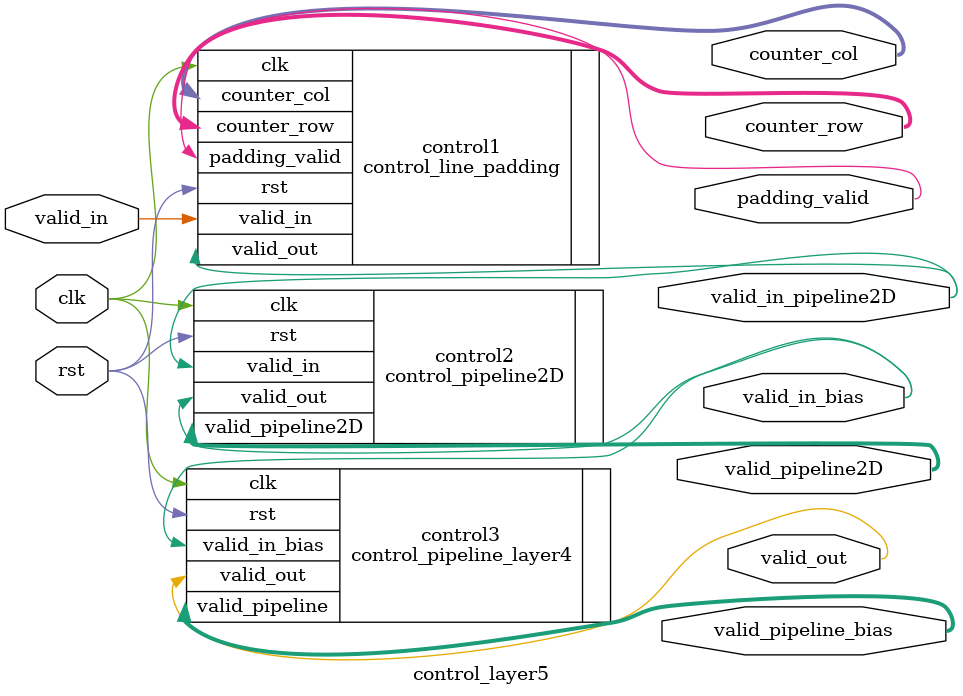
<source format=v>
module control_layer5#(
    parameter WIDTH = 5
)(
    input  clk, rst, valid_in,
    output padding_valid,
    output [31:0] counter_col, counter_row,
    output valid_in_pipeline2D,
    output [3:0] valid_pipeline2D,
    output valid_in_bias,
    output [4:0] valid_pipeline_bias,
    output  valid_out
);

    control_line_padding#(
      .WIDTH(WIDTH)
    )control1 (
      .valid_in(valid_in), 
      .clk(clk), 
      .rst(rst),
      .padding_valid(padding_valid),
      .valid_out(valid_in_pipeline2D),
      .counter_col(counter_col),
      .counter_row(counter_row)
    );   
    
    control_pipeline2D control2(
    .clk(clk), 
    .rst(rst), 
    .valid_in(valid_in_pipeline2D),
    .valid_out(valid_in_bias), 
    .valid_pipeline2D(valid_pipeline2D)
    );
    
    control_pipeline_layer4 control3(
    .valid_in_bias(valid_in_bias), 
    .clk(clk), 
    .rst(rst),
    .valid_out(valid_out), 
    .valid_pipeline(valid_pipeline_bias)
    );  
    


endmodule









</source>
